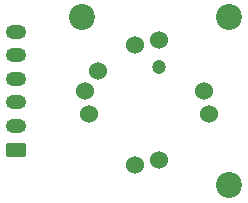
<source format=gbr>
%TF.GenerationSoftware,KiCad,Pcbnew,8.0.1*%
%TF.CreationDate,2024-04-20T10:16:12+12:00*%
%TF.ProjectId,thumb-hat,7468756d-622d-4686-9174-2e6b69636164,rev?*%
%TF.SameCoordinates,Original*%
%TF.FileFunction,Soldermask,Bot*%
%TF.FilePolarity,Negative*%
%FSLAX46Y46*%
G04 Gerber Fmt 4.6, Leading zero omitted, Abs format (unit mm)*
G04 Created by KiCad (PCBNEW 8.0.1) date 2024-04-20 10:16:12*
%MOMM*%
%LPD*%
G01*
G04 APERTURE LIST*
G04 Aperture macros list*
%AMRoundRect*
0 Rectangle with rounded corners*
0 $1 Rounding radius*
0 $2 $3 $4 $5 $6 $7 $8 $9 X,Y pos of 4 corners*
0 Add a 4 corners polygon primitive as box body*
4,1,4,$2,$3,$4,$5,$6,$7,$8,$9,$2,$3,0*
0 Add four circle primitives for the rounded corners*
1,1,$1+$1,$2,$3*
1,1,$1+$1,$4,$5*
1,1,$1+$1,$6,$7*
1,1,$1+$1,$8,$9*
0 Add four rect primitives between the rounded corners*
20,1,$1+$1,$2,$3,$4,$5,0*
20,1,$1+$1,$4,$5,$6,$7,0*
20,1,$1+$1,$6,$7,$8,$9,0*
20,1,$1+$1,$8,$9,$2,$3,0*%
G04 Aperture macros list end*
%ADD10C,2.200000*%
%ADD11RoundRect,0.250000X0.625000X-0.350000X0.625000X0.350000X-0.625000X0.350000X-0.625000X-0.350000X0*%
%ADD12O,1.750000X1.200000*%
%ADD13C,1.200000*%
%ADD14C,1.524000*%
G04 APERTURE END LIST*
D10*
%TO.C,REF\u002A\u002A*%
X129500000Y-86300000D03*
%TD*%
%TO.C,REF\u002A\u002A*%
X142000000Y-100500000D03*
%TD*%
%TO.C,REF\u002A\u002A*%
X142000000Y-86300000D03*
%TD*%
D11*
%TO.C,J1*%
X123950000Y-97500000D03*
D12*
X123950000Y-95500000D03*
X123950000Y-93500000D03*
X123950000Y-91500000D03*
X123950000Y-89500000D03*
X123950000Y-87500000D03*
%TD*%
D13*
%TO.C,SW1*%
X136000000Y-90500000D03*
D14*
X136000000Y-98350000D03*
X139850000Y-92500000D03*
X134000000Y-88650000D03*
X130150000Y-94500000D03*
X129740000Y-92500000D03*
X134000000Y-98760000D03*
X140260000Y-94500000D03*
X136000000Y-88240000D03*
X130850000Y-90800000D03*
%TD*%
M02*

</source>
